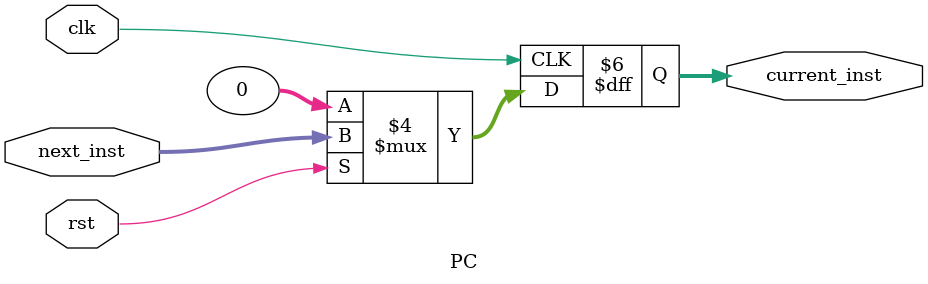
<source format=v>

module PC (
    input [31:0] next_inst,
    input clk, rst,
    output reg [31:0] current_inst
);
    
always @(posedge clk) begin
    if (~rst)
        current_inst = 0;
    else
        current_inst = next_inst;
end    
endmodule
</source>
